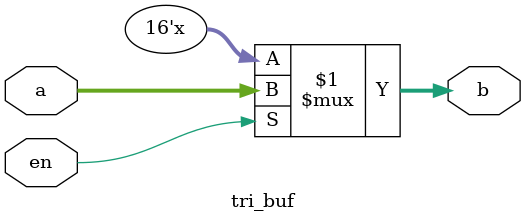
<source format=v>
module tri_buf (
    input wire [15:0] a,
    output wire [15:0] b,
    input en
);
    assign b = en ? a : 16'bz;
endmodule

</source>
